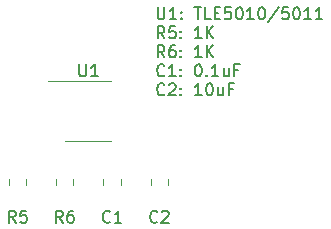
<source format=gbr>
%TF.GenerationSoftware,KiCad,Pcbnew,7.0.7*%
%TF.CreationDate,2023-09-05T11:40:51+02:00*%
%TF.ProjectId,tle5010-11_pcb,746c6535-3031-4302-9d31-315f7063622e,rev?*%
%TF.SameCoordinates,Original*%
%TF.FileFunction,Legend,Top*%
%TF.FilePolarity,Positive*%
%FSLAX46Y46*%
G04 Gerber Fmt 4.6, Leading zero omitted, Abs format (unit mm)*
G04 Created by KiCad (PCBNEW 7.0.7) date 2023-09-05 11:40:51*
%MOMM*%
%LPD*%
G01*
G04 APERTURE LIST*
%ADD10C,0.200000*%
%ADD11C,0.150000*%
%ADD12C,0.120000*%
G04 APERTURE END LIST*
D10*
X60869673Y-21232219D02*
X60869673Y-22041742D01*
X60869673Y-22041742D02*
X60917292Y-22136980D01*
X60917292Y-22136980D02*
X60964911Y-22184600D01*
X60964911Y-22184600D02*
X61060149Y-22232219D01*
X61060149Y-22232219D02*
X61250625Y-22232219D01*
X61250625Y-22232219D02*
X61345863Y-22184600D01*
X61345863Y-22184600D02*
X61393482Y-22136980D01*
X61393482Y-22136980D02*
X61441101Y-22041742D01*
X61441101Y-22041742D02*
X61441101Y-21232219D01*
X62441101Y-22232219D02*
X61869673Y-22232219D01*
X62155387Y-22232219D02*
X62155387Y-21232219D01*
X62155387Y-21232219D02*
X62060149Y-21375076D01*
X62060149Y-21375076D02*
X61964911Y-21470314D01*
X61964911Y-21470314D02*
X61869673Y-21517933D01*
X62869673Y-22136980D02*
X62917292Y-22184600D01*
X62917292Y-22184600D02*
X62869673Y-22232219D01*
X62869673Y-22232219D02*
X62822054Y-22184600D01*
X62822054Y-22184600D02*
X62869673Y-22136980D01*
X62869673Y-22136980D02*
X62869673Y-22232219D01*
X62869673Y-21613171D02*
X62917292Y-21660790D01*
X62917292Y-21660790D02*
X62869673Y-21708409D01*
X62869673Y-21708409D02*
X62822054Y-21660790D01*
X62822054Y-21660790D02*
X62869673Y-21613171D01*
X62869673Y-21613171D02*
X62869673Y-21708409D01*
X63964911Y-21232219D02*
X64536339Y-21232219D01*
X64250625Y-22232219D02*
X64250625Y-21232219D01*
X65345863Y-22232219D02*
X64869673Y-22232219D01*
X64869673Y-22232219D02*
X64869673Y-21232219D01*
X65679197Y-21708409D02*
X66012530Y-21708409D01*
X66155387Y-22232219D02*
X65679197Y-22232219D01*
X65679197Y-22232219D02*
X65679197Y-21232219D01*
X65679197Y-21232219D02*
X66155387Y-21232219D01*
X67060149Y-21232219D02*
X66583959Y-21232219D01*
X66583959Y-21232219D02*
X66536340Y-21708409D01*
X66536340Y-21708409D02*
X66583959Y-21660790D01*
X66583959Y-21660790D02*
X66679197Y-21613171D01*
X66679197Y-21613171D02*
X66917292Y-21613171D01*
X66917292Y-21613171D02*
X67012530Y-21660790D01*
X67012530Y-21660790D02*
X67060149Y-21708409D01*
X67060149Y-21708409D02*
X67107768Y-21803647D01*
X67107768Y-21803647D02*
X67107768Y-22041742D01*
X67107768Y-22041742D02*
X67060149Y-22136980D01*
X67060149Y-22136980D02*
X67012530Y-22184600D01*
X67012530Y-22184600D02*
X66917292Y-22232219D01*
X66917292Y-22232219D02*
X66679197Y-22232219D01*
X66679197Y-22232219D02*
X66583959Y-22184600D01*
X66583959Y-22184600D02*
X66536340Y-22136980D01*
X67726816Y-21232219D02*
X67822054Y-21232219D01*
X67822054Y-21232219D02*
X67917292Y-21279838D01*
X67917292Y-21279838D02*
X67964911Y-21327457D01*
X67964911Y-21327457D02*
X68012530Y-21422695D01*
X68012530Y-21422695D02*
X68060149Y-21613171D01*
X68060149Y-21613171D02*
X68060149Y-21851266D01*
X68060149Y-21851266D02*
X68012530Y-22041742D01*
X68012530Y-22041742D02*
X67964911Y-22136980D01*
X67964911Y-22136980D02*
X67917292Y-22184600D01*
X67917292Y-22184600D02*
X67822054Y-22232219D01*
X67822054Y-22232219D02*
X67726816Y-22232219D01*
X67726816Y-22232219D02*
X67631578Y-22184600D01*
X67631578Y-22184600D02*
X67583959Y-22136980D01*
X67583959Y-22136980D02*
X67536340Y-22041742D01*
X67536340Y-22041742D02*
X67488721Y-21851266D01*
X67488721Y-21851266D02*
X67488721Y-21613171D01*
X67488721Y-21613171D02*
X67536340Y-21422695D01*
X67536340Y-21422695D02*
X67583959Y-21327457D01*
X67583959Y-21327457D02*
X67631578Y-21279838D01*
X67631578Y-21279838D02*
X67726816Y-21232219D01*
X69012530Y-22232219D02*
X68441102Y-22232219D01*
X68726816Y-22232219D02*
X68726816Y-21232219D01*
X68726816Y-21232219D02*
X68631578Y-21375076D01*
X68631578Y-21375076D02*
X68536340Y-21470314D01*
X68536340Y-21470314D02*
X68441102Y-21517933D01*
X69631578Y-21232219D02*
X69726816Y-21232219D01*
X69726816Y-21232219D02*
X69822054Y-21279838D01*
X69822054Y-21279838D02*
X69869673Y-21327457D01*
X69869673Y-21327457D02*
X69917292Y-21422695D01*
X69917292Y-21422695D02*
X69964911Y-21613171D01*
X69964911Y-21613171D02*
X69964911Y-21851266D01*
X69964911Y-21851266D02*
X69917292Y-22041742D01*
X69917292Y-22041742D02*
X69869673Y-22136980D01*
X69869673Y-22136980D02*
X69822054Y-22184600D01*
X69822054Y-22184600D02*
X69726816Y-22232219D01*
X69726816Y-22232219D02*
X69631578Y-22232219D01*
X69631578Y-22232219D02*
X69536340Y-22184600D01*
X69536340Y-22184600D02*
X69488721Y-22136980D01*
X69488721Y-22136980D02*
X69441102Y-22041742D01*
X69441102Y-22041742D02*
X69393483Y-21851266D01*
X69393483Y-21851266D02*
X69393483Y-21613171D01*
X69393483Y-21613171D02*
X69441102Y-21422695D01*
X69441102Y-21422695D02*
X69488721Y-21327457D01*
X69488721Y-21327457D02*
X69536340Y-21279838D01*
X69536340Y-21279838D02*
X69631578Y-21232219D01*
X71107768Y-21184600D02*
X70250626Y-22470314D01*
X71917292Y-21232219D02*
X71441102Y-21232219D01*
X71441102Y-21232219D02*
X71393483Y-21708409D01*
X71393483Y-21708409D02*
X71441102Y-21660790D01*
X71441102Y-21660790D02*
X71536340Y-21613171D01*
X71536340Y-21613171D02*
X71774435Y-21613171D01*
X71774435Y-21613171D02*
X71869673Y-21660790D01*
X71869673Y-21660790D02*
X71917292Y-21708409D01*
X71917292Y-21708409D02*
X71964911Y-21803647D01*
X71964911Y-21803647D02*
X71964911Y-22041742D01*
X71964911Y-22041742D02*
X71917292Y-22136980D01*
X71917292Y-22136980D02*
X71869673Y-22184600D01*
X71869673Y-22184600D02*
X71774435Y-22232219D01*
X71774435Y-22232219D02*
X71536340Y-22232219D01*
X71536340Y-22232219D02*
X71441102Y-22184600D01*
X71441102Y-22184600D02*
X71393483Y-22136980D01*
X72583959Y-21232219D02*
X72679197Y-21232219D01*
X72679197Y-21232219D02*
X72774435Y-21279838D01*
X72774435Y-21279838D02*
X72822054Y-21327457D01*
X72822054Y-21327457D02*
X72869673Y-21422695D01*
X72869673Y-21422695D02*
X72917292Y-21613171D01*
X72917292Y-21613171D02*
X72917292Y-21851266D01*
X72917292Y-21851266D02*
X72869673Y-22041742D01*
X72869673Y-22041742D02*
X72822054Y-22136980D01*
X72822054Y-22136980D02*
X72774435Y-22184600D01*
X72774435Y-22184600D02*
X72679197Y-22232219D01*
X72679197Y-22232219D02*
X72583959Y-22232219D01*
X72583959Y-22232219D02*
X72488721Y-22184600D01*
X72488721Y-22184600D02*
X72441102Y-22136980D01*
X72441102Y-22136980D02*
X72393483Y-22041742D01*
X72393483Y-22041742D02*
X72345864Y-21851266D01*
X72345864Y-21851266D02*
X72345864Y-21613171D01*
X72345864Y-21613171D02*
X72393483Y-21422695D01*
X72393483Y-21422695D02*
X72441102Y-21327457D01*
X72441102Y-21327457D02*
X72488721Y-21279838D01*
X72488721Y-21279838D02*
X72583959Y-21232219D01*
X73869673Y-22232219D02*
X73298245Y-22232219D01*
X73583959Y-22232219D02*
X73583959Y-21232219D01*
X73583959Y-21232219D02*
X73488721Y-21375076D01*
X73488721Y-21375076D02*
X73393483Y-21470314D01*
X73393483Y-21470314D02*
X73298245Y-21517933D01*
X74822054Y-22232219D02*
X74250626Y-22232219D01*
X74536340Y-22232219D02*
X74536340Y-21232219D01*
X74536340Y-21232219D02*
X74441102Y-21375076D01*
X74441102Y-21375076D02*
X74345864Y-21470314D01*
X74345864Y-21470314D02*
X74250626Y-21517933D01*
X61441101Y-23842219D02*
X61107768Y-23366028D01*
X60869673Y-23842219D02*
X60869673Y-22842219D01*
X60869673Y-22842219D02*
X61250625Y-22842219D01*
X61250625Y-22842219D02*
X61345863Y-22889838D01*
X61345863Y-22889838D02*
X61393482Y-22937457D01*
X61393482Y-22937457D02*
X61441101Y-23032695D01*
X61441101Y-23032695D02*
X61441101Y-23175552D01*
X61441101Y-23175552D02*
X61393482Y-23270790D01*
X61393482Y-23270790D02*
X61345863Y-23318409D01*
X61345863Y-23318409D02*
X61250625Y-23366028D01*
X61250625Y-23366028D02*
X60869673Y-23366028D01*
X62345863Y-22842219D02*
X61869673Y-22842219D01*
X61869673Y-22842219D02*
X61822054Y-23318409D01*
X61822054Y-23318409D02*
X61869673Y-23270790D01*
X61869673Y-23270790D02*
X61964911Y-23223171D01*
X61964911Y-23223171D02*
X62203006Y-23223171D01*
X62203006Y-23223171D02*
X62298244Y-23270790D01*
X62298244Y-23270790D02*
X62345863Y-23318409D01*
X62345863Y-23318409D02*
X62393482Y-23413647D01*
X62393482Y-23413647D02*
X62393482Y-23651742D01*
X62393482Y-23651742D02*
X62345863Y-23746980D01*
X62345863Y-23746980D02*
X62298244Y-23794600D01*
X62298244Y-23794600D02*
X62203006Y-23842219D01*
X62203006Y-23842219D02*
X61964911Y-23842219D01*
X61964911Y-23842219D02*
X61869673Y-23794600D01*
X61869673Y-23794600D02*
X61822054Y-23746980D01*
X62822054Y-23746980D02*
X62869673Y-23794600D01*
X62869673Y-23794600D02*
X62822054Y-23842219D01*
X62822054Y-23842219D02*
X62774435Y-23794600D01*
X62774435Y-23794600D02*
X62822054Y-23746980D01*
X62822054Y-23746980D02*
X62822054Y-23842219D01*
X62822054Y-23223171D02*
X62869673Y-23270790D01*
X62869673Y-23270790D02*
X62822054Y-23318409D01*
X62822054Y-23318409D02*
X62774435Y-23270790D01*
X62774435Y-23270790D02*
X62822054Y-23223171D01*
X62822054Y-23223171D02*
X62822054Y-23318409D01*
X64583958Y-23842219D02*
X64012530Y-23842219D01*
X64298244Y-23842219D02*
X64298244Y-22842219D01*
X64298244Y-22842219D02*
X64203006Y-22985076D01*
X64203006Y-22985076D02*
X64107768Y-23080314D01*
X64107768Y-23080314D02*
X64012530Y-23127933D01*
X65012530Y-23842219D02*
X65012530Y-22842219D01*
X65583958Y-23842219D02*
X65155387Y-23270790D01*
X65583958Y-22842219D02*
X65012530Y-23413647D01*
X61441101Y-25452219D02*
X61107768Y-24976028D01*
X60869673Y-25452219D02*
X60869673Y-24452219D01*
X60869673Y-24452219D02*
X61250625Y-24452219D01*
X61250625Y-24452219D02*
X61345863Y-24499838D01*
X61345863Y-24499838D02*
X61393482Y-24547457D01*
X61393482Y-24547457D02*
X61441101Y-24642695D01*
X61441101Y-24642695D02*
X61441101Y-24785552D01*
X61441101Y-24785552D02*
X61393482Y-24880790D01*
X61393482Y-24880790D02*
X61345863Y-24928409D01*
X61345863Y-24928409D02*
X61250625Y-24976028D01*
X61250625Y-24976028D02*
X60869673Y-24976028D01*
X62298244Y-24452219D02*
X62107768Y-24452219D01*
X62107768Y-24452219D02*
X62012530Y-24499838D01*
X62012530Y-24499838D02*
X61964911Y-24547457D01*
X61964911Y-24547457D02*
X61869673Y-24690314D01*
X61869673Y-24690314D02*
X61822054Y-24880790D01*
X61822054Y-24880790D02*
X61822054Y-25261742D01*
X61822054Y-25261742D02*
X61869673Y-25356980D01*
X61869673Y-25356980D02*
X61917292Y-25404600D01*
X61917292Y-25404600D02*
X62012530Y-25452219D01*
X62012530Y-25452219D02*
X62203006Y-25452219D01*
X62203006Y-25452219D02*
X62298244Y-25404600D01*
X62298244Y-25404600D02*
X62345863Y-25356980D01*
X62345863Y-25356980D02*
X62393482Y-25261742D01*
X62393482Y-25261742D02*
X62393482Y-25023647D01*
X62393482Y-25023647D02*
X62345863Y-24928409D01*
X62345863Y-24928409D02*
X62298244Y-24880790D01*
X62298244Y-24880790D02*
X62203006Y-24833171D01*
X62203006Y-24833171D02*
X62012530Y-24833171D01*
X62012530Y-24833171D02*
X61917292Y-24880790D01*
X61917292Y-24880790D02*
X61869673Y-24928409D01*
X61869673Y-24928409D02*
X61822054Y-25023647D01*
X62822054Y-25356980D02*
X62869673Y-25404600D01*
X62869673Y-25404600D02*
X62822054Y-25452219D01*
X62822054Y-25452219D02*
X62774435Y-25404600D01*
X62774435Y-25404600D02*
X62822054Y-25356980D01*
X62822054Y-25356980D02*
X62822054Y-25452219D01*
X62822054Y-24833171D02*
X62869673Y-24880790D01*
X62869673Y-24880790D02*
X62822054Y-24928409D01*
X62822054Y-24928409D02*
X62774435Y-24880790D01*
X62774435Y-24880790D02*
X62822054Y-24833171D01*
X62822054Y-24833171D02*
X62822054Y-24928409D01*
X64583958Y-25452219D02*
X64012530Y-25452219D01*
X64298244Y-25452219D02*
X64298244Y-24452219D01*
X64298244Y-24452219D02*
X64203006Y-24595076D01*
X64203006Y-24595076D02*
X64107768Y-24690314D01*
X64107768Y-24690314D02*
X64012530Y-24737933D01*
X65012530Y-25452219D02*
X65012530Y-24452219D01*
X65583958Y-25452219D02*
X65155387Y-24880790D01*
X65583958Y-24452219D02*
X65012530Y-25023647D01*
X61441101Y-26966980D02*
X61393482Y-27014600D01*
X61393482Y-27014600D02*
X61250625Y-27062219D01*
X61250625Y-27062219D02*
X61155387Y-27062219D01*
X61155387Y-27062219D02*
X61012530Y-27014600D01*
X61012530Y-27014600D02*
X60917292Y-26919361D01*
X60917292Y-26919361D02*
X60869673Y-26824123D01*
X60869673Y-26824123D02*
X60822054Y-26633647D01*
X60822054Y-26633647D02*
X60822054Y-26490790D01*
X60822054Y-26490790D02*
X60869673Y-26300314D01*
X60869673Y-26300314D02*
X60917292Y-26205076D01*
X60917292Y-26205076D02*
X61012530Y-26109838D01*
X61012530Y-26109838D02*
X61155387Y-26062219D01*
X61155387Y-26062219D02*
X61250625Y-26062219D01*
X61250625Y-26062219D02*
X61393482Y-26109838D01*
X61393482Y-26109838D02*
X61441101Y-26157457D01*
X62393482Y-27062219D02*
X61822054Y-27062219D01*
X62107768Y-27062219D02*
X62107768Y-26062219D01*
X62107768Y-26062219D02*
X62012530Y-26205076D01*
X62012530Y-26205076D02*
X61917292Y-26300314D01*
X61917292Y-26300314D02*
X61822054Y-26347933D01*
X62822054Y-26966980D02*
X62869673Y-27014600D01*
X62869673Y-27014600D02*
X62822054Y-27062219D01*
X62822054Y-27062219D02*
X62774435Y-27014600D01*
X62774435Y-27014600D02*
X62822054Y-26966980D01*
X62822054Y-26966980D02*
X62822054Y-27062219D01*
X62822054Y-26443171D02*
X62869673Y-26490790D01*
X62869673Y-26490790D02*
X62822054Y-26538409D01*
X62822054Y-26538409D02*
X62774435Y-26490790D01*
X62774435Y-26490790D02*
X62822054Y-26443171D01*
X62822054Y-26443171D02*
X62822054Y-26538409D01*
X64250625Y-26062219D02*
X64345863Y-26062219D01*
X64345863Y-26062219D02*
X64441101Y-26109838D01*
X64441101Y-26109838D02*
X64488720Y-26157457D01*
X64488720Y-26157457D02*
X64536339Y-26252695D01*
X64536339Y-26252695D02*
X64583958Y-26443171D01*
X64583958Y-26443171D02*
X64583958Y-26681266D01*
X64583958Y-26681266D02*
X64536339Y-26871742D01*
X64536339Y-26871742D02*
X64488720Y-26966980D01*
X64488720Y-26966980D02*
X64441101Y-27014600D01*
X64441101Y-27014600D02*
X64345863Y-27062219D01*
X64345863Y-27062219D02*
X64250625Y-27062219D01*
X64250625Y-27062219D02*
X64155387Y-27014600D01*
X64155387Y-27014600D02*
X64107768Y-26966980D01*
X64107768Y-26966980D02*
X64060149Y-26871742D01*
X64060149Y-26871742D02*
X64012530Y-26681266D01*
X64012530Y-26681266D02*
X64012530Y-26443171D01*
X64012530Y-26443171D02*
X64060149Y-26252695D01*
X64060149Y-26252695D02*
X64107768Y-26157457D01*
X64107768Y-26157457D02*
X64155387Y-26109838D01*
X64155387Y-26109838D02*
X64250625Y-26062219D01*
X65012530Y-26966980D02*
X65060149Y-27014600D01*
X65060149Y-27014600D02*
X65012530Y-27062219D01*
X65012530Y-27062219D02*
X64964911Y-27014600D01*
X64964911Y-27014600D02*
X65012530Y-26966980D01*
X65012530Y-26966980D02*
X65012530Y-27062219D01*
X66012529Y-27062219D02*
X65441101Y-27062219D01*
X65726815Y-27062219D02*
X65726815Y-26062219D01*
X65726815Y-26062219D02*
X65631577Y-26205076D01*
X65631577Y-26205076D02*
X65536339Y-26300314D01*
X65536339Y-26300314D02*
X65441101Y-26347933D01*
X66869672Y-26395552D02*
X66869672Y-27062219D01*
X66441101Y-26395552D02*
X66441101Y-26919361D01*
X66441101Y-26919361D02*
X66488720Y-27014600D01*
X66488720Y-27014600D02*
X66583958Y-27062219D01*
X66583958Y-27062219D02*
X66726815Y-27062219D01*
X66726815Y-27062219D02*
X66822053Y-27014600D01*
X66822053Y-27014600D02*
X66869672Y-26966980D01*
X67679196Y-26538409D02*
X67345863Y-26538409D01*
X67345863Y-27062219D02*
X67345863Y-26062219D01*
X67345863Y-26062219D02*
X67822053Y-26062219D01*
X61441101Y-28576980D02*
X61393482Y-28624600D01*
X61393482Y-28624600D02*
X61250625Y-28672219D01*
X61250625Y-28672219D02*
X61155387Y-28672219D01*
X61155387Y-28672219D02*
X61012530Y-28624600D01*
X61012530Y-28624600D02*
X60917292Y-28529361D01*
X60917292Y-28529361D02*
X60869673Y-28434123D01*
X60869673Y-28434123D02*
X60822054Y-28243647D01*
X60822054Y-28243647D02*
X60822054Y-28100790D01*
X60822054Y-28100790D02*
X60869673Y-27910314D01*
X60869673Y-27910314D02*
X60917292Y-27815076D01*
X60917292Y-27815076D02*
X61012530Y-27719838D01*
X61012530Y-27719838D02*
X61155387Y-27672219D01*
X61155387Y-27672219D02*
X61250625Y-27672219D01*
X61250625Y-27672219D02*
X61393482Y-27719838D01*
X61393482Y-27719838D02*
X61441101Y-27767457D01*
X61822054Y-27767457D02*
X61869673Y-27719838D01*
X61869673Y-27719838D02*
X61964911Y-27672219D01*
X61964911Y-27672219D02*
X62203006Y-27672219D01*
X62203006Y-27672219D02*
X62298244Y-27719838D01*
X62298244Y-27719838D02*
X62345863Y-27767457D01*
X62345863Y-27767457D02*
X62393482Y-27862695D01*
X62393482Y-27862695D02*
X62393482Y-27957933D01*
X62393482Y-27957933D02*
X62345863Y-28100790D01*
X62345863Y-28100790D02*
X61774435Y-28672219D01*
X61774435Y-28672219D02*
X62393482Y-28672219D01*
X62822054Y-28576980D02*
X62869673Y-28624600D01*
X62869673Y-28624600D02*
X62822054Y-28672219D01*
X62822054Y-28672219D02*
X62774435Y-28624600D01*
X62774435Y-28624600D02*
X62822054Y-28576980D01*
X62822054Y-28576980D02*
X62822054Y-28672219D01*
X62822054Y-28053171D02*
X62869673Y-28100790D01*
X62869673Y-28100790D02*
X62822054Y-28148409D01*
X62822054Y-28148409D02*
X62774435Y-28100790D01*
X62774435Y-28100790D02*
X62822054Y-28053171D01*
X62822054Y-28053171D02*
X62822054Y-28148409D01*
X64583958Y-28672219D02*
X64012530Y-28672219D01*
X64298244Y-28672219D02*
X64298244Y-27672219D01*
X64298244Y-27672219D02*
X64203006Y-27815076D01*
X64203006Y-27815076D02*
X64107768Y-27910314D01*
X64107768Y-27910314D02*
X64012530Y-27957933D01*
X65203006Y-27672219D02*
X65298244Y-27672219D01*
X65298244Y-27672219D02*
X65393482Y-27719838D01*
X65393482Y-27719838D02*
X65441101Y-27767457D01*
X65441101Y-27767457D02*
X65488720Y-27862695D01*
X65488720Y-27862695D02*
X65536339Y-28053171D01*
X65536339Y-28053171D02*
X65536339Y-28291266D01*
X65536339Y-28291266D02*
X65488720Y-28481742D01*
X65488720Y-28481742D02*
X65441101Y-28576980D01*
X65441101Y-28576980D02*
X65393482Y-28624600D01*
X65393482Y-28624600D02*
X65298244Y-28672219D01*
X65298244Y-28672219D02*
X65203006Y-28672219D01*
X65203006Y-28672219D02*
X65107768Y-28624600D01*
X65107768Y-28624600D02*
X65060149Y-28576980D01*
X65060149Y-28576980D02*
X65012530Y-28481742D01*
X65012530Y-28481742D02*
X64964911Y-28291266D01*
X64964911Y-28291266D02*
X64964911Y-28053171D01*
X64964911Y-28053171D02*
X65012530Y-27862695D01*
X65012530Y-27862695D02*
X65060149Y-27767457D01*
X65060149Y-27767457D02*
X65107768Y-27719838D01*
X65107768Y-27719838D02*
X65203006Y-27672219D01*
X66393482Y-28005552D02*
X66393482Y-28672219D01*
X65964911Y-28005552D02*
X65964911Y-28529361D01*
X65964911Y-28529361D02*
X66012530Y-28624600D01*
X66012530Y-28624600D02*
X66107768Y-28672219D01*
X66107768Y-28672219D02*
X66250625Y-28672219D01*
X66250625Y-28672219D02*
X66345863Y-28624600D01*
X66345863Y-28624600D02*
X66393482Y-28576980D01*
X67203006Y-28148409D02*
X66869673Y-28148409D01*
X66869673Y-28672219D02*
X66869673Y-27672219D01*
X66869673Y-27672219D02*
X67345863Y-27672219D01*
D11*
X60833333Y-39359580D02*
X60785714Y-39407200D01*
X60785714Y-39407200D02*
X60642857Y-39454819D01*
X60642857Y-39454819D02*
X60547619Y-39454819D01*
X60547619Y-39454819D02*
X60404762Y-39407200D01*
X60404762Y-39407200D02*
X60309524Y-39311961D01*
X60309524Y-39311961D02*
X60261905Y-39216723D01*
X60261905Y-39216723D02*
X60214286Y-39026247D01*
X60214286Y-39026247D02*
X60214286Y-38883390D01*
X60214286Y-38883390D02*
X60261905Y-38692914D01*
X60261905Y-38692914D02*
X60309524Y-38597676D01*
X60309524Y-38597676D02*
X60404762Y-38502438D01*
X60404762Y-38502438D02*
X60547619Y-38454819D01*
X60547619Y-38454819D02*
X60642857Y-38454819D01*
X60642857Y-38454819D02*
X60785714Y-38502438D01*
X60785714Y-38502438D02*
X60833333Y-38550057D01*
X61214286Y-38550057D02*
X61261905Y-38502438D01*
X61261905Y-38502438D02*
X61357143Y-38454819D01*
X61357143Y-38454819D02*
X61595238Y-38454819D01*
X61595238Y-38454819D02*
X61690476Y-38502438D01*
X61690476Y-38502438D02*
X61738095Y-38550057D01*
X61738095Y-38550057D02*
X61785714Y-38645295D01*
X61785714Y-38645295D02*
X61785714Y-38740533D01*
X61785714Y-38740533D02*
X61738095Y-38883390D01*
X61738095Y-38883390D02*
X61166667Y-39454819D01*
X61166667Y-39454819D02*
X61785714Y-39454819D01*
X48833333Y-39454819D02*
X48500000Y-38978628D01*
X48261905Y-39454819D02*
X48261905Y-38454819D01*
X48261905Y-38454819D02*
X48642857Y-38454819D01*
X48642857Y-38454819D02*
X48738095Y-38502438D01*
X48738095Y-38502438D02*
X48785714Y-38550057D01*
X48785714Y-38550057D02*
X48833333Y-38645295D01*
X48833333Y-38645295D02*
X48833333Y-38788152D01*
X48833333Y-38788152D02*
X48785714Y-38883390D01*
X48785714Y-38883390D02*
X48738095Y-38931009D01*
X48738095Y-38931009D02*
X48642857Y-38978628D01*
X48642857Y-38978628D02*
X48261905Y-38978628D01*
X49738095Y-38454819D02*
X49261905Y-38454819D01*
X49261905Y-38454819D02*
X49214286Y-38931009D01*
X49214286Y-38931009D02*
X49261905Y-38883390D01*
X49261905Y-38883390D02*
X49357143Y-38835771D01*
X49357143Y-38835771D02*
X49595238Y-38835771D01*
X49595238Y-38835771D02*
X49690476Y-38883390D01*
X49690476Y-38883390D02*
X49738095Y-38931009D01*
X49738095Y-38931009D02*
X49785714Y-39026247D01*
X49785714Y-39026247D02*
X49785714Y-39264342D01*
X49785714Y-39264342D02*
X49738095Y-39359580D01*
X49738095Y-39359580D02*
X49690476Y-39407200D01*
X49690476Y-39407200D02*
X49595238Y-39454819D01*
X49595238Y-39454819D02*
X49357143Y-39454819D01*
X49357143Y-39454819D02*
X49261905Y-39407200D01*
X49261905Y-39407200D02*
X49214286Y-39359580D01*
X56833333Y-39359580D02*
X56785714Y-39407200D01*
X56785714Y-39407200D02*
X56642857Y-39454819D01*
X56642857Y-39454819D02*
X56547619Y-39454819D01*
X56547619Y-39454819D02*
X56404762Y-39407200D01*
X56404762Y-39407200D02*
X56309524Y-39311961D01*
X56309524Y-39311961D02*
X56261905Y-39216723D01*
X56261905Y-39216723D02*
X56214286Y-39026247D01*
X56214286Y-39026247D02*
X56214286Y-38883390D01*
X56214286Y-38883390D02*
X56261905Y-38692914D01*
X56261905Y-38692914D02*
X56309524Y-38597676D01*
X56309524Y-38597676D02*
X56404762Y-38502438D01*
X56404762Y-38502438D02*
X56547619Y-38454819D01*
X56547619Y-38454819D02*
X56642857Y-38454819D01*
X56642857Y-38454819D02*
X56785714Y-38502438D01*
X56785714Y-38502438D02*
X56833333Y-38550057D01*
X57785714Y-39454819D02*
X57214286Y-39454819D01*
X57500000Y-39454819D02*
X57500000Y-38454819D01*
X57500000Y-38454819D02*
X57404762Y-38597676D01*
X57404762Y-38597676D02*
X57309524Y-38692914D01*
X57309524Y-38692914D02*
X57214286Y-38740533D01*
X52833333Y-39454819D02*
X52500000Y-38978628D01*
X52261905Y-39454819D02*
X52261905Y-38454819D01*
X52261905Y-38454819D02*
X52642857Y-38454819D01*
X52642857Y-38454819D02*
X52738095Y-38502438D01*
X52738095Y-38502438D02*
X52785714Y-38550057D01*
X52785714Y-38550057D02*
X52833333Y-38645295D01*
X52833333Y-38645295D02*
X52833333Y-38788152D01*
X52833333Y-38788152D02*
X52785714Y-38883390D01*
X52785714Y-38883390D02*
X52738095Y-38931009D01*
X52738095Y-38931009D02*
X52642857Y-38978628D01*
X52642857Y-38978628D02*
X52261905Y-38978628D01*
X53690476Y-38454819D02*
X53500000Y-38454819D01*
X53500000Y-38454819D02*
X53404762Y-38502438D01*
X53404762Y-38502438D02*
X53357143Y-38550057D01*
X53357143Y-38550057D02*
X53261905Y-38692914D01*
X53261905Y-38692914D02*
X53214286Y-38883390D01*
X53214286Y-38883390D02*
X53214286Y-39264342D01*
X53214286Y-39264342D02*
X53261905Y-39359580D01*
X53261905Y-39359580D02*
X53309524Y-39407200D01*
X53309524Y-39407200D02*
X53404762Y-39454819D01*
X53404762Y-39454819D02*
X53595238Y-39454819D01*
X53595238Y-39454819D02*
X53690476Y-39407200D01*
X53690476Y-39407200D02*
X53738095Y-39359580D01*
X53738095Y-39359580D02*
X53785714Y-39264342D01*
X53785714Y-39264342D02*
X53785714Y-39026247D01*
X53785714Y-39026247D02*
X53738095Y-38931009D01*
X53738095Y-38931009D02*
X53690476Y-38883390D01*
X53690476Y-38883390D02*
X53595238Y-38835771D01*
X53595238Y-38835771D02*
X53404762Y-38835771D01*
X53404762Y-38835771D02*
X53309524Y-38883390D01*
X53309524Y-38883390D02*
X53261905Y-38931009D01*
X53261905Y-38931009D02*
X53214286Y-39026247D01*
X54238095Y-26054819D02*
X54238095Y-26864342D01*
X54238095Y-26864342D02*
X54285714Y-26959580D01*
X54285714Y-26959580D02*
X54333333Y-27007200D01*
X54333333Y-27007200D02*
X54428571Y-27054819D01*
X54428571Y-27054819D02*
X54619047Y-27054819D01*
X54619047Y-27054819D02*
X54714285Y-27007200D01*
X54714285Y-27007200D02*
X54761904Y-26959580D01*
X54761904Y-26959580D02*
X54809523Y-26864342D01*
X54809523Y-26864342D02*
X54809523Y-26054819D01*
X55809523Y-27054819D02*
X55238095Y-27054819D01*
X55523809Y-27054819D02*
X55523809Y-26054819D01*
X55523809Y-26054819D02*
X55428571Y-26197676D01*
X55428571Y-26197676D02*
X55333333Y-26292914D01*
X55333333Y-26292914D02*
X55238095Y-26340533D01*
D12*
%TO.C,C2*%
X61735000Y-35738748D02*
X61735000Y-36261252D01*
X60265000Y-35738748D02*
X60265000Y-36261252D01*
%TO.C,R5*%
X49735000Y-35772936D02*
X49735000Y-36227064D01*
X48265000Y-35772936D02*
X48265000Y-36227064D01*
%TO.C,C1*%
X57735000Y-35738748D02*
X57735000Y-36261252D01*
X56265000Y-35738748D02*
X56265000Y-36261252D01*
%TO.C,R6*%
X53735000Y-35772936D02*
X53735000Y-36227064D01*
X52265000Y-35772936D02*
X52265000Y-36227064D01*
%TO.C,U1*%
X55000000Y-27440000D02*
X51550000Y-27440000D01*
X55000000Y-27440000D02*
X56950000Y-27440000D01*
X55000000Y-32560000D02*
X53050000Y-32560000D01*
X55000000Y-32560000D02*
X56950000Y-32560000D01*
%TD*%
M02*

</source>
